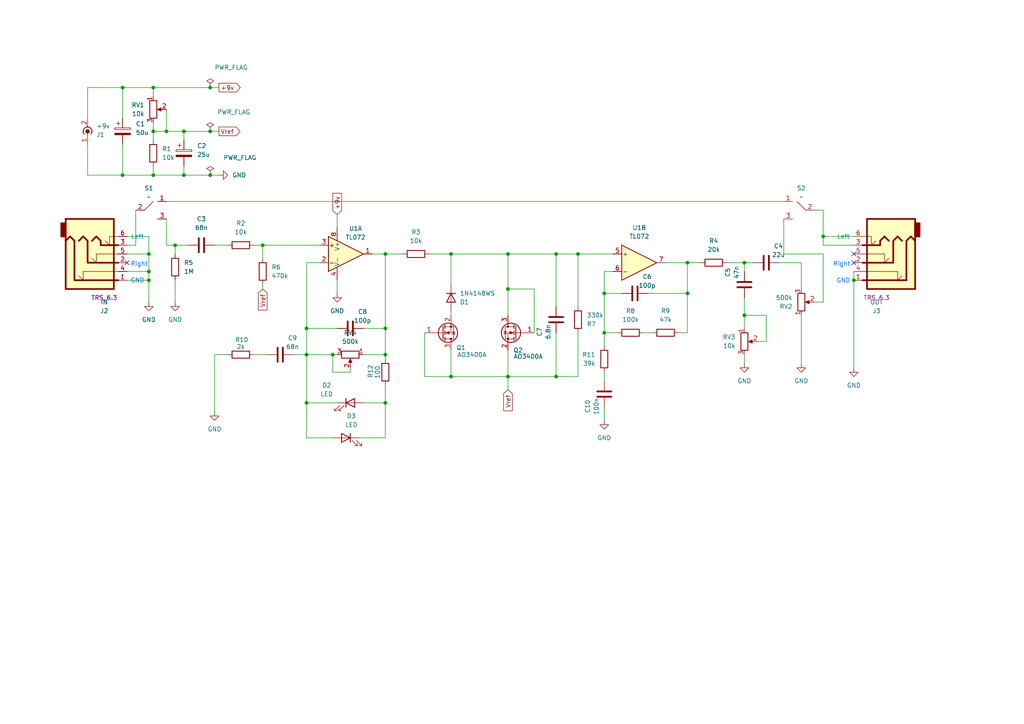
<source format=kicad_sch>
(kicad_sch (version 20250114) (generator "eeschema") (generator_version "9.0")
  (paper "A4")
  (lib_symbols
    (symbol "1PDT_1"
      (property "Reference" "S" (at 0 0 0))
      (symbol "1PDT_1_0_1"
        (polyline (pts (xy -2.54 0) (xy 0 2.54)))
      )
      (symbol "1PDT_1_1_1"
        (pin bidirectional line (at -5.08 0 0) (length 2.54) (name "") (number "2"))
        (pin bidirectional line (at 3.81 2.54 180) (length 2.54) (name "") (number "1"))
        (pin bidirectional line (at 3.81 -2.54 180) (length 2.54) (name "") (number "3"))
      )
    )
    (symbol "Amplifier_Operational:TL072" (pin_names (offset 0.127))
      (property "Reference" "U" (at 0 5.08 0))
      (property "Value" "TL072" (at 0 -5.08 0))
      (symbol "TL072_1_1"
        (polyline (pts (xy -5.08 5.08) (xy 5.08 0) (xy -5.08 -5.08) (xy -5.08 5.08)) (stroke (width 0.254)) (fill (type background)))
        (pin input line (at -7.62 2.54 0) (length 2.54) (name "+") (number "3"))
        (pin input line (at -7.62 -2.54 0) (length 2.54) (name "-") (number "2"))
        (pin output line (at 7.62 0 180) (length 2.54) (name "~") (number "1"))
      )
      (symbol "TL072_2_1"
        (polyline (pts (xy -5.08 5.08) (xy 5.08 0) (xy -5.08 -5.08) (xy -5.08 5.08)) (stroke (width 0.254)) (fill (type background)))
        (pin input line (at -7.62 2.54 0) (length 2.54) (name "+") (number "5"))
        (pin input line (at -7.62 -2.54 0) (length 2.54) (name "-") (number "6"))
        (pin output line (at 7.62 0 180) (length 2.54) (name "~") (number "7"))
      )
      (symbol "TL072_3_1"
        (pin power_in line (at -2.54 7.62 270) (length 3.81) (name "V+") (number "8"))
        (pin power_in line (at -2.54 -7.62 90) (length 3.81) (name "V-") (number "4"))
      )
    )
    (symbol "Connector:Conn_Coaxial_Power" (pin_names (offset 1.016) (hide yes))
      (property "Reference" "J" (at -5.08 -1.27 90))
      (property "Value" "Conn_Coaxial_Power" (at -3.175 -1.27 90))
      (symbol "Conn_Coaxial_Power_0_1"
        (arc (start 1.016 -0.508) (mid 1.2048 -0.8684) (end 1.27 -1.27) (stroke (width 0.254)))
        (polyline (pts (xy 0 0) (xy 0 -1.27)))
        (arc (start 1.27 -1.27) (mid 0 -2.5345) (end -1.27 -1.27) (stroke (width 0.254)))
        (arc (start -1.27 -1.27) (mid -1.2048 -0.8684) (end -1.016 -0.508) (stroke (width 0.254)))
        (circle (center 0 -1.27) (radius 0.508) (stroke (width 0.2032)) (fill (type outline)))
        (polyline (pts (xy 0 -2.54) (xy 0 -3.048)))
      )
      (symbol "Conn_Coaxial_Power_1_1"
        (pin passive line (at 0 2.54 270) (length 2.54) (name "In") (number "1"))
        (pin passive line (at 0 -5.08 90) (length 2.54) (name "Ext") (number "2"))
      )
    )
    (symbol "Device:C" (pin_numbers (hide yes)) (pin_names (offset 0.254))
      (property "Reference" "C" (at 0.635 2.54 0))
      (property "Value" "C" (at 0.635 -2.54 0))
      (symbol "C_0_1"
        (polyline (pts (xy -2.032 0.762) (xy 2.032 0.762)) (stroke (width 0.508)))
        (polyline (pts (xy -2.032 -0.762) (xy 2.032 -0.762)) (stroke (width 0.508)))
      )
      (symbol "C_1_1"
        (pin passive line (at 0 3.81 270) (length 2.794) (name "~") (number "1"))
        (pin passive line (at 0 -3.81 90) (length 2.794) (name "~") (number "2"))
      )
    )
    (symbol "Device:C_Polarized" (pin_numbers (hide yes)) (pin_names (offset 0.254))
      (property "Reference" "C" (at 0.635 2.54 0))
      (property "Value" "C_Polarized" (at 0.635 -2.54 0))
      (symbol "C_Polarized_0_1"
        (rectangle (start -2.286 0.508) (end 2.286 1.016))
        (polyline (pts (xy -1.778 2.286) (xy -0.762 2.286)))
        (polyline (pts (xy -1.27 2.794) (xy -1.27 1.778)))
        (rectangle (start 2.286 -0.508) (end -2.286 -1.016) (fill (type outline)))
      )
      (symbol "C_Polarized_1_1"
        (pin passive line (at 0 3.81 270) (length 2.794) (name "~") (number "1"))
        (pin passive line (at 0 -3.81 90) (length 2.794) (name "~") (number "2"))
      )
    )
    (symbol "Device:LED" (pin_numbers (hide yes)) (pin_names (offset 1.016) (hide yes))
      (property "Reference" "D" (at 0 2.54 0))
      (property "Value" "LED" (at 0 -2.54 0))
      (symbol "LED_0_1"
        (polyline (pts (xy -3.048 -0.762) (xy -4.572 -2.286) (xy -3.81 -2.286) (xy -4.572 -2.286) (xy -4.572 -1.524)))
        (polyline (pts (xy -1.778 -0.762) (xy -3.302 -2.286) (xy -2.54 -2.286) (xy -3.302 -2.286) (xy -3.302 -1.524)))
        (polyline (pts (xy -1.27 0) (xy 1.27 0)))
        (polyline (pts (xy -1.27 -1.27) (xy -1.27 1.27)) (stroke (width 0.254)))
        (polyline (pts (xy 1.27 -1.27) (xy 1.27 1.27) (xy -1.27 0) (xy 1.27 -1.27)) (stroke (width 0.254)))
      )
      (symbol "LED_1_1"
        (pin passive line (at -3.81 0 0) (length 2.54) (name "K") (number "1"))
        (pin passive line (at 3.81 0 180) (length 2.54) (name "A") (number "2"))
      )
    )
    (symbol "Device:R" (pin_numbers (hide yes)) (pin_names (offset 0))
      (property "Reference" "R" (at 2.032 0 90))
      (property "Value" "R" (at 0 0 90))
      (symbol "R_0_1"
        (rectangle (start -1.016 -2.54) (end 1.016 2.54) (stroke (width 0.254)))
      )
      (symbol "R_1_1"
        (pin passive line (at 0 3.81 270) (length 1.27) (name "~") (number "1"))
        (pin passive line (at 0 -3.81 90) (length 1.27) (name "~") (number "2"))
      )
    )
    (symbol "Device:R_Potentiometer" (pin_names (offset 1.016) (hide yes))
      (property "Reference" "RV" (at -4.445 0 90))
      (property "Value" "R_Potentiometer" (at -2.54 0 90))
      (symbol "R_Potentiometer_0_1"
        (rectangle (start 1.016 2.54) (end -1.016 -2.54) (stroke (width 0.254)))
        (polyline (pts (xy 1.143 0) (xy 2.286 0.508) (xy 2.286 -0.508) (xy 1.143 0)) (fill (type outline)))
        (polyline (pts (xy 2.54 0) (xy 1.524 0)))
      )
      (symbol "R_Potentiometer_1_1"
        (pin passive line (at 0 3.81 270) (length 1.27) (name "1") (number "1"))
        (pin passive line (at 0 -3.81 90) (length 1.27) (name "3") (number "3"))
        (pin passive line (at 3.81 0 180) (length 1.27) (name "2") (number "2"))
      )
    )
    (symbol "Diode:1N4148WS" (pin_numbers (hide yes)) (pin_names (hide yes))
      (property "Reference" "D" (at 0 2.54 0))
      (property "Value" "1N4148WS" (at 0 -2.54 0))
      (symbol "1N4148WS_0_1"
        (polyline (pts (xy -1.27 1.27) (xy -1.27 -1.27)) (stroke (width 0.254)))
        (polyline (pts (xy 1.27 1.27) (xy 1.27 -1.27) (xy -1.27 0) (xy 1.27 1.27)) (stroke (width 0.254)))
        (polyline (pts (xy 1.27 0) (xy -1.27 0)))
      )
      (symbol "1N4148WS_1_1"
        (pin passive line (at -3.81 0 0) (length 2.54) (name "K") (number "1"))
        (pin passive line (at 3.81 0 180) (length 2.54) (name "A") (number "2"))
      )
    )
    (symbol "Transistor_FET:AO3400A" (pin_names (hide yes))
      (property "Reference" "Q" (at 5.08 1.905 0))
      (property "Value" "AO3400A" (at 5.08 0 0))
      (symbol "AO3400A_0_1"
        (polyline (pts (xy 0.254 1.905) (xy 0.254 -1.905)) (stroke (width 0.254)))
        (polyline (pts (xy 0.254 0) (xy -2.54 0)))
        (polyline (pts (xy 0.762 2.286) (xy 0.762 1.27)) (stroke (width 0.254)))
        (polyline (pts (xy 0.762 0.508) (xy 0.762 -0.508)) (stroke (width 0.254)))
        (polyline (pts (xy 0.762 -1.27) (xy 0.762 -2.286)) (stroke (width 0.254)))
        (polyline (pts (xy 0.762 -1.778) (xy 3.302 -1.778) (xy 3.302 1.778) (xy 0.762 1.778)))
        (polyline (pts (xy 1.016 0) (xy 2.032 0.381) (xy 2.032 -0.381) (xy 1.016 0)) (fill (type outline)))
        (circle (center 1.651 0) (radius 2.794) (stroke (width 0.254)))
        (polyline (pts (xy 2.54 2.54) (xy 2.54 1.778)))
        (circle (center 2.54 1.778) (radius 0.254) (fill (type outline)))
        (circle (center 2.54 -1.778) (radius 0.254) (fill (type outline)))
        (polyline (pts (xy 2.54 -2.54) (xy 2.54 0) (xy 0.762 0)))
        (polyline (pts (xy 2.794 0.508) (xy 2.921 0.381) (xy 3.683 0.381) (xy 3.81 0.254)))
        (polyline (pts (xy 3.302 0.381) (xy 2.921 -0.254) (xy 3.683 -0.254) (xy 3.302 0.381)))
      )
      (symbol "AO3400A_1_1"
        (pin input line (at -5.08 0 0) (length 2.54) (name "G") (number "1"))
        (pin passive line (at 2.54 5.08 270) (length 2.54) (name "D") (number "3"))
        (pin passive line (at 2.54 -5.08 90) (length 2.54) (name "S") (number "2"))
      )
    )
    (symbol "myConnectors:1PDT"
      (property "Reference" "S" (at 0 0 0))
      (symbol "1PDT_0_1"
        (polyline (pts (xy -2.54 0) (xy 0 2.54)))
      )
      (symbol "1PDT_1_1"
        (pin bidirectional line (at -5.08 0 0) (length 2.54) (name "") (number "2"))
        (pin bidirectional line (at 3.81 2.54 180) (length 2.54) (name "") (number "1"))
        (pin bidirectional line (at 3.81 -2.54 180) (length 2.54) (name "") (number "3"))
      )
    )
    (symbol "myConnectors:TRS_6.3"
      (property "Reference" "J" (at 0 0 0))
      (property "Footprint" "TRS_6.3" (at 6.604 1.778 0))
      (symbol "TRS_6.3_0_1"
        (rectangle (start -1.27 -15.24) (end 0 -19.05) (stroke (width 0.5)) (fill (type outline)))
        (rectangle (start 0 0) (end 13.97 -20.32) (stroke (width 0.5)) (fill (type background)))
        (polyline (pts (xy 15.24 -2.54) (xy 2.54 -2.54) (xy 2.54 -13.97) (xy 1.27 -15.24) (xy 0 -13.97)) (stroke (width 0.5)))
        (polyline (pts (xy 15.24 -5.08) (xy 5.08 -5.08) (xy 5.08 -2.54) (xy 3.81 -3.81)))
        (polyline (pts (xy 15.24 -7.62) (xy 6.35 -7.62) (xy 6.35 -13.97) (xy 5.08 -15.24) (xy 3.81 -13.97)) (stroke (width 0.5)))
        (polyline (pts (xy 15.24 -10.16) (xy 8.89 -10.16) (xy 8.89 -7.62) (xy 7.62 -8.89)))
        (polyline (pts (xy 15.24 -12.7) (xy 10.16 -12.7) (xy 10.16 -13.97) (xy 8.89 -15.24) (xy 7.62 -13.97)) (stroke (width 0.5)))
        (polyline (pts (xy 15.24 -15.24) (xy 12.7 -15.24) (xy 12.7 -12.7) (xy 11.43 -13.97)))
      )
      (symbol "TRS_6.3_1_1"
        (text "GND" (at 20.828 -2.54 0) (effects (font (size 1.27 1.27))))
        (text "Left\n" (at 20.828 -15.24 0) (effects (font (size 1.27 1.27))))
        (text "Right" (at 21.336 -7.366 0) (effects (font (size 1.27 1.27))))
        (pin input line (at 17.78 -2.54 180) (length 2.54) (name "") (number "1"))
        (pin input line (at 17.78 -5.08 180) (length 2.54) (name "") (number "4"))
        (pin input line (at 17.78 -7.62 180) (length 2.54) (name "") (number "2"))
        (pin input line (at 17.78 -10.16 180) (length 2.54) (name "") (number "5"))
        (pin input line (at 17.78 -12.7 180) (length 2.54) (name "") (number "3"))
        (pin input line (at 17.78 -15.24 180) (length 2.54) (name "") (number "6"))
      )
    )
    (symbol "power:GND" (power) (pin_numbers (hide yes)) (pin_names (offset 0) (hide yes))
      (property "Value" "GND" (at 0 -3.81 0))
      (symbol "GND_0_1"
        (polyline (pts (xy 0 0) (xy 0 -1.27) (xy 1.27 -1.27) (xy 0 -2.54) (xy -1.27 -1.27) (xy 0 -1.27)))
      )
      (symbol "GND_1_1"
        (pin power_in line (at 0 0 270) (length 0) (name "~") (number "1"))
      )
    )
    (symbol "power:PWR_FLAG" (power) (pin_numbers (hide yes)) (pin_names (offset 0) (hide yes))
      (property "Value" "PWR_FLAG" (at 0 3.81 0))
      (symbol "PWR_FLAG_0_0"
        (pin power_out line (at 0 0 90) (length 0) (name "~") (number "1"))
      )
      (symbol "PWR_FLAG_0_1"
        (polyline (pts (xy 0 0) (xy 0 1.27) (xy -1.016 1.905) (xy 0 2.54) (xy 1.016 1.905) (xy 0 1.27)))
      )
    )
  )
  (junction (at 43.18 81.28))
  (junction (at 161.29 73.66))
  (junction (at 88.9 102.87))
  (junction (at 175.26 85.09))
  (junction (at 238.76 68.58))
  (junction (at 96.52 102.87))
  (junction (at 130.81 73.66))
  (junction (at 215.9 76.2))
  (junction (at 44.45 25.4))
  (junction (at 43.18 73.66))
  (junction (at 44.45 38.1))
  (junction (at 147.32 73.66))
  (junction (at 44.45 50.8))
  (junction (at 60.96 50.8))
  (junction (at 111.76 73.66))
  (junction (at 50.8 71.12))
  (junction (at 161.29 109.22))
  (junction (at 48.26 38.1))
  (junction (at 147.32 109.22))
  (junction (at 175.26 96.52))
  (junction (at 60.96 25.4))
  (junction (at 60.96 38.1))
  (junction (at 53.34 38.1))
  (junction (at 167.64 73.66))
  (junction (at 130.81 109.22))
  (junction (at 199.39 76.2))
  (junction (at 247.65 81.28))
  (junction (at 35.56 50.8))
  (junction (at 76.2 71.12))
  (junction (at 88.9 116.84))
  (junction (at 199.39 85.09))
  (junction (at 147.32 83.82))
  (junction (at 43.18 78.74))
  (junction (at 215.9 91.44))
  (junction (at 35.56 25.4))
  (junction (at 111.76 102.87))
  (junction (at 111.76 95.25))
  (junction (at 111.76 116.84))
  (junction (at 53.34 50.8))
  (junction (at 88.9 95.25))
  (no_connect (at 247.65 76.2))
  (no_connect (at 36.83 76.2))
  (no_connect (at 247.65 73.66))
  (wire (pts (xy 105.41 116.84) (xy 111.76 116.84)))
  (wire (pts (xy 104.14 127) (xy 111.76 127)))
  (wire (pts (xy 147.32 83.82) (xy 147.32 73.66)))
  (wire (pts (xy 25.4 25.4) (xy 25.4 34.29)))
  (wire (pts (xy 111.76 116.84) (xy 111.76 127)))
  (wire (pts (xy 199.39 76.2) (xy 203.2 76.2)))
  (wire (pts (xy 210.82 76.2) (xy 215.9 76.2)))
  (wire (pts (xy 175.26 85.09) (xy 175.26 78.74)))
  (wire (pts (xy 161.29 73.66) (xy 167.64 73.66)))
  (wire (pts (xy 36.83 81.28) (xy 43.18 81.28)))
  (wire (pts (xy 147.32 109.22) (xy 161.29 109.22)))
  (wire (pts (xy 60.96 25.4) (xy 63.5 25.4)))
  (wire (pts (xy 48.26 38.1) (xy 53.34 38.1)))
  (wire (pts (xy 36.83 71.12) (xy 39.37 71.12)))
  (wire (pts (xy 36.83 73.66) (xy 43.18 73.66)))
  (wire (pts (xy 88.9 102.87) (xy 85.09 102.87)))
  (wire (pts (xy 232.41 76.2) (xy 226.06 76.2)))
  (wire (pts (xy 154.94 96.52) (xy 154.94 83.82)))
  (wire (pts (xy 232.41 83.82) (xy 232.41 76.2)))
  (wire (pts (xy 238.76 87.63) (xy 238.76 73.66)))
  (wire (pts (xy 238.76 71.12) (xy 247.65 71.12)))
  (wire (pts (xy 88.9 102.87) (xy 96.52 102.87)))
  (wire (pts (xy 50.8 71.12) (xy 54.61 71.12)))
  (wire (pts (xy 88.9 116.84) (xy 88.9 127)))
  (wire (pts (xy 73.66 71.12) (xy 76.2 71.12)))
  (wire (pts (xy 175.26 100.33) (xy 175.26 96.52)))
  (wire (pts (xy 88.9 95.25) (xy 88.9 102.87)))
  (wire (pts (xy 123.19 109.22) (xy 130.81 109.22)))
  (wire (pts (xy 232.41 91.44) (xy 232.41 105.41)))
  (wire (pts (xy 161.29 109.22) (xy 167.64 109.22)))
  (wire (pts (xy 50.8 81.28) (xy 50.8 87.63)))
  (wire (pts (xy 238.76 68.58) (xy 238.76 71.12)))
  (wire (pts (xy 111.76 95.25) (xy 111.76 102.87)))
  (wire (pts (xy 147.32 113.03) (xy 147.32 109.22)))
  (wire (pts (xy 88.9 95.25) (xy 97.79 95.25)))
  (wire (pts (xy 130.81 82.55) (xy 130.81 73.66)))
  (wire (pts (xy 60.96 38.1) (xy 63.5 38.1)))
  (wire (pts (xy 35.56 25.4) (xy 44.45 25.4)))
  (wire (pts (xy 247.65 68.58) (xy 238.76 68.58)))
  (wire (pts (xy 36.83 68.58) (xy 43.18 68.58)))
  (wire (pts (xy 199.39 85.09) (xy 199.39 76.2)))
  (wire (pts (xy 227.33 73.66) (xy 227.33 63.5)))
  (wire (pts (xy 199.39 76.2) (xy 193.04 76.2)))
  (wire (pts (xy 53.34 48.26) (xy 53.34 50.8)))
  (wire (pts (xy 88.9 116.84) (xy 97.79 116.84)))
  (wire (pts (xy 222.25 91.44) (xy 215.9 91.44)))
  (wire (pts (xy 53.34 38.1) (xy 60.96 38.1)))
  (wire (pts (xy 88.9 102.87) (xy 88.9 116.84)))
  (wire (pts (xy 175.26 96.52) (xy 179.07 96.52)))
  (wire (pts (xy 187.96 85.09) (xy 199.39 85.09)))
  (wire (pts (xy 175.26 85.09) (xy 180.34 85.09)))
  (wire (pts (xy 44.45 25.4) (xy 44.45 27.94)))
  (wire (pts (xy 107.95 73.66) (xy 111.76 73.66)))
  (wire (pts (xy 43.18 87.63) (xy 43.18 81.28)))
  (wire (pts (xy 44.45 48.26) (xy 44.45 50.8)))
  (wire (pts (xy 44.45 35.56) (xy 44.45 38.1)))
  (wire (pts (xy 238.76 73.66) (xy 227.33 73.66)))
  (wire (pts (xy 219.71 99.06) (xy 222.25 99.06)))
  (wire (pts (xy 175.26 118.11) (xy 175.26 121.92)))
  (wire (pts (xy 36.83 78.74) (xy 43.18 78.74)))
  (wire (pts (xy 111.76 73.66) (xy 116.84 73.66)))
  (wire (pts (xy 130.81 91.44) (xy 130.81 90.17)))
  (wire (pts (xy 25.4 50.8) (xy 35.56 50.8)))
  (wire (pts (xy 76.2 82.55) (xy 76.2 83.82)))
  (wire (pts (xy 167.64 88.9) (xy 167.64 73.66)))
  (wire (pts (xy 44.45 50.8) (xy 53.34 50.8)))
  (wire (pts (xy 247.65 78.74) (xy 247.65 81.28)))
  (wire (pts (xy 76.2 71.12) (xy 76.2 74.93)))
  (wire (pts (xy 35.56 50.8) (xy 44.45 50.8)))
  (wire (pts (xy 238.76 60.96) (xy 236.22 60.96)))
  (wire (pts (xy 196.85 96.52) (xy 199.39 96.52)))
  (wire (pts (xy 147.32 73.66) (xy 161.29 73.66)))
  (wire (pts (xy 77.47 102.87) (xy 73.66 102.87)))
  (wire (pts (xy 62.23 102.87) (xy 66.04 102.87)))
  (wire (pts (xy 111.76 73.66) (xy 111.76 95.25)))
  (wire (pts (xy 101.6 106.68) (xy 101.6 107.95)))
  (wire (pts (xy 48.26 71.12) (xy 50.8 71.12)))
  (wire (pts (xy 44.45 38.1) (xy 48.26 38.1)))
  (wire (pts (xy 124.46 73.66) (xy 130.81 73.66)))
  (wire (pts (xy 238.76 87.63) (xy 236.22 87.63)))
  (wire (pts (xy 53.34 38.1) (xy 53.34 40.64)))
  (wire (pts (xy 167.64 109.22) (xy 167.64 96.52)))
  (wire (pts (xy 44.45 25.4) (xy 60.96 25.4)))
  (wire (pts (xy 147.32 91.44) (xy 147.32 83.82)))
  (wire (pts (xy 130.81 109.22) (xy 130.81 101.6)))
  (wire (pts (xy 105.41 95.25) (xy 111.76 95.25)))
  (wire (pts (xy 161.29 109.22) (xy 161.29 96.52)))
  (wire (pts (xy 76.2 71.12) (xy 92.71 71.12)))
  (wire (pts (xy 123.19 96.52) (xy 123.19 109.22)))
  (wire (pts (xy 111.76 102.87) (xy 111.76 104.14)))
  (wire (pts (xy 215.9 76.2) (xy 215.9 78.74)))
  (wire (pts (xy 88.9 76.2) (xy 88.9 95.25)))
  (wire (pts (xy 238.76 68.58) (xy 238.76 60.96)))
  (wire (pts (xy 105.41 102.87) (xy 111.76 102.87)))
  (wire (pts (xy 50.8 71.12) (xy 50.8 73.66)))
  (wire (pts (xy 43.18 73.66) (xy 43.18 78.74)))
  (wire (pts (xy 96.52 102.87) (xy 97.79 102.87)))
  (wire (pts (xy 43.18 68.58) (xy 43.18 73.66)))
  (wire (pts (xy 215.9 102.87) (xy 215.9 105.41)))
  (wire (pts (xy 25.4 25.4) (xy 35.56 25.4)))
  (wire (pts (xy 39.37 71.12) (xy 39.37 60.96)))
  (wire (pts (xy 215.9 91.44) (xy 215.9 95.25)))
  (wire (pts (xy 62.23 119.38) (xy 62.23 102.87)))
  (wire (pts (xy 62.23 71.12) (xy 66.04 71.12)))
  (wire (pts (xy 25.4 41.91) (xy 25.4 50.8)))
  (wire (pts (xy 130.81 109.22) (xy 147.32 109.22)))
  (wire (pts (xy 215.9 76.2) (xy 218.44 76.2)))
  (wire (pts (xy 175.26 78.74) (xy 177.8 78.74)))
  (wire (pts (xy 247.65 81.28) (xy 247.65 106.68)))
  (wire (pts (xy 92.71 76.2) (xy 88.9 76.2)))
  (wire (pts (xy 215.9 86.36) (xy 215.9 91.44)))
  (wire (pts (xy 154.94 83.82) (xy 147.32 83.82)))
  (wire (pts (xy 53.34 50.8) (xy 60.96 50.8)))
  (wire (pts (xy 186.69 96.52) (xy 189.23 96.52)))
  (wire (pts (xy 88.9 127) (xy 96.52 127)))
  (wire (pts (xy 147.32 109.22) (xy 147.32 101.6)))
  (wire (pts (xy 175.26 107.95) (xy 175.26 110.49)))
  (wire (pts (xy 35.56 41.91) (xy 35.56 50.8)))
  (wire (pts (xy 222.25 99.06) (xy 222.25 91.44)))
  (wire (pts (xy 44.45 38.1) (xy 44.45 40.64)))
  (wire (pts (xy 97.79 81.28) (xy 97.79 85.09)))
  (wire (pts (xy 167.64 73.66) (xy 177.8 73.66)))
  (wire (pts (xy 48.26 63.5) (xy 48.26 71.12)))
  (wire (pts (xy 96.52 107.95) (xy 96.52 102.87)))
  (wire (pts (xy 60.96 50.8) (xy 63.5 50.8)))
  (wire (pts (xy 175.26 96.52) (xy 175.26 85.09)))
  (wire (pts (xy 48.26 58.42) (xy 227.33 58.42)))
  (wire (pts (xy 43.18 78.74) (xy 43.18 81.28)))
  (wire (pts (xy 35.56 25.4) (xy 35.56 34.29)))
  (wire (pts (xy 48.26 31.75) (xy 48.26 38.1)))
  (wire (pts (xy 130.81 73.66) (xy 147.32 73.66)))
  (wire (pts (xy 111.76 111.76) (xy 111.76 116.84)))
  (wire (pts (xy 161.29 88.9) (xy 161.29 73.66)))
  (wire (pts (xy 101.6 107.95) (xy 96.52 107.95)))
  (wire (pts (xy 199.39 96.52) (xy 199.39 85.09)))
  (wire (pts (xy 97.79 62.23) (xy 97.79 66.04)))
  (global_label "Vref" (shape input) (at 147.32 113.03 270) (property "Intersheetrefs" "${INTERSHEET_REFS}" (effects (hide yes))))
  (global_label "Vref" (shape input) (at 76.2 83.82 270) (property "Intersheetrefs" "${INTERSHEET_REFS}" (effects (hide yes))))
  (global_label "+9v" (shape output) (at 63.5 25.4 0) (property "Intersheetrefs" "${INTERSHEET_REFS}" (effects (hide yes))))
  (global_label "Vref" (shape output) (at 63.5 38.1 0) (property "Intersheetrefs" "${INTERSHEET_REFS}" (effects (hide yes))))
  (global_label "+9v" (shape input) (at 97.79 62.23 90) (property "Intersheetrefs" "${INTERSHEET_REFS}" (effects (hide yes))))
  (symbol (lib_id "Device:R") (at 50.8 77.47 0) (unit 1)
    (property "Reference" "R5" (at 53.34 76.1999 0) (effects (justify left)))
    (property "Value" "1M" (at 53.34 78.7399 0) (effects (justify left)))
    (property "Footprint" "Resistor_SMD:R_0805_2012Metric" (effects (hide yes)))
    (property "Description" "Resistor" (effects (hide yes)))
  )
  (symbol (lib_id "Diode:1N4148WS") (at 130.81 86.36 90) (mirror x) (unit 1)
    (property "Reference" "D1" (at 133.35 87.6301 90) (effects (justify right)))
    (property "Value" "1N4148WS" (at 133.35 85.0901 90) (effects (justify right)))
    (property "Footprint" "Diode_SMD:D_SOD-323" (effects (hide yes)))
    (property "Datasheet" "https://www.vishay.com/docs/85751/1n4148ws.pdf" (effects (hide yes)))
    (property "Description" "75V 0.15A Fast switching Diode, SOD-323" (effects (hide yes)))
    (property "Sim.Device" "D" (effects (hide yes)))
    (property "Sim.Pins" "1=K 2=A" (effects (hide yes)))
  )
  (symbol (lib_id "power:GND") (at 43.18 87.63 0) (unit 1)
    (property "Reference" "#PWR03" (effects (hide yes)))
    (property "Value" "GND" (at 43.18 92.71 0))
    (property "Description" "Power symbol creates a global label with name \"GND\" , ground" (effects (hide yes)))
  )
  (symbol (lib_id "Device:R") (at 182.88 96.52 90) (mirror x) (unit 1)
    (property "Reference" "R8" (at 182.88 90.17 90))
    (property "Value" "100k" (at 182.88 92.71 90))
    (property "Footprint" "Resistor_SMD:R_0805_2012Metric" (effects (hide yes)))
    (property "Description" "Resistor" (effects (hide yes)))
  )
  (symbol (lib_id "Device:LED") (at 100.33 127 0) (mirror y) (unit 1)
    (property "Reference" "D3" (at 101.9175 120.65 0))
    (property "Value" "LED" (at 101.9175 123.19 0))
    (property "Footprint" "LED_THT:LED_D4.0mm" (effects (hide yes)))
    (property "Description" "Light emitting diode" (effects (hide yes)))
    (property "Sim.Pins" "1=K 2=A" (effects (hide yes)))
  )
  (symbol (lib_id "Device:C") (at 101.6 95.25 90) (unit 1)
    (property "Reference" "C8" (at 105.156 90.424 90))
    (property "Value" "100p" (at 105.156 92.964 90))
    (property "Footprint" "Capacitor_SMD:C_0805_2012Metric" (effects (hide yes)))
    (property "Description" "Unpolarized capacitor" (effects (hide yes)))
  )
  (symbol (lib_name "1PDT_1") (lib_id "myConnectors:1PDT") (at 44.45 60.96 0) (unit 1)
    (property "Reference" "S1" (at 43.18 54.61 0))
    (property "Value" "~" (at 43.18 57.15 0))
    (property "Footprint" "myConnectors:1PDT" (effects (hide yes)))
  )
  (symbol (lib_id "power:GND") (at 97.79 85.09 0) (unit 1)
    (property "Reference" "#PWR02" (effects (hide yes)))
    (property "Value" "GND" (at 97.79 90.17 0))
    (property "Description" "Power symbol creates a global label with name \"GND\" , ground" (effects (hide yes)))
  )
  (symbol (lib_id "Device:R") (at 207.01 76.2 270) (mirror x) (unit 1)
    (property "Reference" "R4" (at 207.01 69.85 90))
    (property "Value" "20k" (at 207.01 72.39 90))
    (property "Footprint" "Resistor_SMD:R_0805_2012Metric" (effects (hide yes)))
    (property "Description" "Resistor" (effects (hide yes)))
  )
  (symbol (lib_id "Device:C") (at 222.25 76.2 90) (unit 1)
    (property "Reference" "C4" (at 225.806 71.374 90))
    (property "Value" "22u" (at 225.806 73.914 90))
    (property "Footprint" "Capacitor_THT:CP_Radial_D6.3mm_P2.50mm" (effects (hide yes)))
    (property "Description" "Unpolarized capacitor" (effects (hide yes)))
  )
  (symbol (lib_id "Transistor_FET:AO3400A") (at 149.86 96.52 0) (mirror y) (unit 1)
    (property "Reference" "Q2" (at 151.638 101.6 0) (effects (justify left)))
    (property "Value" "AO3400A" (at 157.48 103.378 0) (effects (justify left)))
    (property "Footprint" "Package_TO_SOT_SMD:SOT-23" (effects (hide yes)))
    (property "Datasheet" "http://www.aosmd.com/pdfs/datasheet/AO3400A.pdf" (effects (hide yes)))
    (property "Description" "30V Vds, 5.7A Id, N-Channel MOSFET, SOT-23" (effects (hide yes)))
  )
  (symbol (lib_id "Device:C_Polarized") (at 35.56 38.1 0) (unit 1)
    (property "Reference" "C1" (at 39.37 35.9409 0) (effects (justify left)))
    (property "Value" "50u" (at 39.37 38.4809 0) (effects (justify left)))
    (property "Footprint" "Capacitor_THT:CP_Radial_D8.0mm_P3.50mm" (effects (hide yes)))
    (property "Description" "Polarized capacitor" (effects (hide yes)))
  )
  (symbol (lib_id "Device:C_Polarized") (at 53.34 44.45 0) (unit 1)
    (property "Reference" "C2" (at 57.15 42.2909 0) (effects (justify left)))
    (property "Value" "25u" (at 57.15 44.8309 0) (effects (justify left)))
    (property "Footprint" "Capacitor_THT:CP_Radial_D6.3mm_P2.50mm" (effects (hide yes)))
    (property "Description" "Polarized capacitor" (effects (hide yes)))
  )
  (symbol (lib_id "Device:R") (at 69.85 102.87 90) (unit 1)
    (property "Reference" "R10" (at 70.104 98.552 90))
    (property "Value" "2k" (at 69.85 100.584 90))
    (property "Footprint" "Resistor_SMD:R_0805_2012Metric" (effects (hide yes)))
    (property "Description" "Resistor" (effects (hide yes)))
  )
  (symbol (lib_id "Device:R") (at 167.64 92.71 0) (mirror y) (unit 1)
    (property "Reference" "R7" (at 170.18 93.9801 0) (effects (justify right)))
    (property "Value" "330k" (at 170.18 91.4401 0) (effects (justify right)))
    (property "Footprint" "Resistor_SMD:R_0805_2012Metric" (effects (hide yes)))
    (property "Description" "Resistor" (effects (hide yes)))
  )
  (symbol (lib_id "Device:R") (at 175.26 104.14 0) (mirror x) (unit 1)
    (property "Reference" "R11" (at 172.72 102.8699 0) (effects (justify right)))
    (property "Value" "39k" (at 172.72 105.4099 0) (effects (justify right)))
    (property "Footprint" "Resistor_SMD:R_0805_2012Metric" (effects (hide yes)))
    (property "Description" "Resistor" (effects (hide yes)))
  )
  (symbol (lib_id "Device:R") (at 193.04 96.52 90) (mirror x) (unit 1)
    (property "Reference" "R9" (at 193.04 90.17 90))
    (property "Value" "47k" (at 193.04 92.71 90))
    (property "Footprint" "Resistor_SMD:R_0805_2012Metric" (effects (hide yes)))
    (property "Description" "Resistor" (effects (hide yes)))
  )
  (symbol (lib_id "Amplifier_Operational:TL072") (at 100.33 73.66 0) (unit 3)
    (property "Reference" "U1" (effects (hide yes)))
    (property "Value" "TL072" (effects (hide yes)))
    (property "Footprint" "Package_SO:SOIC-8_3.9x4.9mm_P1.27mm" (effects (hide yes)))
    (property "Datasheet" "http://www.ti.com/lit/ds/symlink/tl071.pdf" (effects (hide yes)))
    (property "Description" "Dual Low-Noise JFET-Input Operational Amplifiers, DIP-8/SOIC-8" (effects (hide yes)))
  )
  (symbol (lib_id "Device:C") (at 215.9 82.55 180) (unit 1)
    (property "Reference" "C5" (at 211.074 78.994 90))
    (property "Value" "47n" (at 213.614 78.994 90))
    (property "Footprint" "Capacitor_THT:C_Rect_L10.0mm_W4.0mm_P7.50mm_MKS4" (effects (hide yes)))
    (property "Description" "Unpolarized capacitor" (effects (hide yes)))
  )
  (symbol (lib_id "power:GND") (at 215.9 105.41 0) (unit 1)
    (property "Reference" "#PWR05" (effects (hide yes)))
    (property "Value" "GND" (at 215.9 110.49 0))
    (property "Description" "Power symbol creates a global label with name \"GND\" , ground" (effects (hide yes)))
  )
  (symbol (lib_id "myConnectors:TRS_6.3") (at 265.43 83.82 180) (unit 1)
    (property "Reference" "J3" (at 254.2418 90.17 0))
    (property "Value" "OUT" (at 254.2418 87.63 0))
    (property "Footprint" "TRS_6.3" (at 254.2418 86.36 0))
  )
  (symbol (lib_id "power:PWR_FLAG") (at 60.96 25.4 0) (unit 1)
    (property "Reference" "#FLG01" (effects (hide yes)))
    (property "Value" "PWR_FLAG" (at 67.056 19.558 0))
    (property "Description" "Special symbol for telling ERC where power comes from" (effects (hide yes)))
  )
  (symbol (lib_id "Device:R_Potentiometer") (at 101.6 102.87 270) (unit 1)
    (property "Reference" "RV4" (at 101.6 96.52 90))
    (property "Value" "500k" (at 101.6 99.06 90))
    (property "Footprint" "myConnectors:Pot_old_vert" (effects (hide yes)))
    (property "Description" "Potentiometer" (effects (hide yes)))
  )
  (symbol (lib_id "power:GND") (at 50.8 87.63 0) (unit 1)
    (property "Reference" "#PWR04" (effects (hide yes)))
    (property "Value" "GND" (at 50.8 92.71 0))
    (property "Description" "Power symbol creates a global label with name \"GND\" , ground" (effects (hide yes)))
  )
  (symbol (lib_id "Device:R") (at 120.65 73.66 90) (mirror x) (unit 1)
    (property "Reference" "R3" (at 120.65 67.31 90))
    (property "Value" "10k" (at 120.65 69.85 90))
    (property "Footprint" "Resistor_SMD:R_0805_2012Metric" (effects (hide yes)))
    (property "Description" "Resistor" (effects (hide yes)))
  )
  (symbol (lib_id "power:PWR_FLAG") (at 60.96 38.1 0) (unit 1)
    (property "Reference" "#FLG03" (effects (hide yes)))
    (property "Value" "PWR_FLAG" (at 67.818 32.512 0))
    (property "Description" "Special symbol for telling ERC where power comes from" (effects (hide yes)))
  )
  (symbol (lib_id "Device:C") (at 81.28 102.87 90) (unit 1)
    (property "Reference" "C9" (at 84.836 98.044 90))
    (property "Value" "68n" (at 84.836 100.584 90))
    (property "Footprint" "Capacitor_THT:C_Rect_L10.0mm_W4.0mm_P7.50mm_MKS4" (effects (hide yes)))
    (property "Description" "Unpolarized capacitor" (effects (hide yes)))
  )
  (symbol (lib_id "Device:R") (at 69.85 71.12 90) (unit 1)
    (property "Reference" "R2" (at 69.85 64.77 90))
    (property "Value" "10k" (at 69.85 67.31 90))
    (property "Footprint" "Resistor_SMD:R_0805_2012Metric" (effects (hide yes)))
    (property "Description" "Resistor" (effects (hide yes)))
  )
  (symbol (lib_id "Amplifier_Operational:TL072") (at 185.42 76.2 0) (unit 2)
    (property "Reference" "U1" (at 185.42 66.04 0))
    (property "Value" "TL072" (at 185.42 68.58 0))
    (property "Footprint" "Package_SO:SOIC-8_3.9x4.9mm_P1.27mm" (effects (hide yes)))
    (property "Datasheet" "http://www.ti.com/lit/ds/symlink/tl071.pdf" (effects (hide yes)))
    (property "Description" "Dual Low-Noise JFET-Input Operational Amplifiers, DIP-8/SOIC-8" (effects (hide yes)))
  )
  (symbol (lib_id "Device:R") (at 44.45 44.45 0) (unit 1)
    (property "Reference" "R1" (at 46.99 43.1799 0) (effects (justify left)))
    (property "Value" "10k" (at 46.99 45.7199 0) (effects (justify left)))
    (property "Footprint" "Resistor_SMD:R_0805_2012Metric" (effects (hide yes)))
    (property "Description" "Resistor" (effects (hide yes)))
  )
  (symbol (lib_id "Device:R") (at 111.76 107.95 180) (unit 1)
    (property "Reference" "R12" (at 107.442 107.696 90))
    (property "Value" "100" (at 109.474 107.95 90))
    (property "Footprint" "Resistor_SMD:R_0805_2012Metric" (effects (hide yes)))
    (property "Description" "Resistor" (effects (hide yes)))
  )
  (symbol (lib_id "power:GND") (at 62.23 119.38 0) (unit 1)
    (property "Reference" "#PWR08" (effects (hide yes)))
    (property "Value" "GND" (at 62.23 124.46 0))
    (property "Description" "Power symbol creates a global label with name \"GND\" , ground" (effects (hide yes)))
  )
  (symbol (lib_id "myConnectors:1PDT") (at 231.14 60.96 0) (mirror y) (unit 1)
    (property "Reference" "S2" (at 232.41 54.61 0))
    (property "Value" "~" (at 232.41 57.15 0))
    (property "Footprint" "myConnectors:1PDT" (effects (hide yes)))
  )
  (symbol (lib_id "Device:C") (at 184.15 85.09 90) (unit 1)
    (property "Reference" "C6" (at 187.706 80.264 90))
    (property "Value" "100p" (at 187.706 82.804 90))
    (property "Footprint" "Capacitor_SMD:C_0805_2012Metric" (effects (hide yes)))
    (property "Description" "Unpolarized capacitor" (effects (hide yes)))
  )
  (symbol (lib_id "Device:LED") (at 101.6 116.84 0) (unit 1)
    (property "Reference" "D2" (at 94.742 111.76 0))
    (property "Value" "LED" (at 94.742 114.3 0))
    (property "Footprint" "LED_THT:LED_D4.0mm" (effects (hide yes)))
    (property "Description" "Light emitting diode" (effects (hide yes)))
    (property "Sim.Pins" "1=K 2=A" (effects (hide yes)))
  )
  (symbol (lib_id "Device:R_Potentiometer") (at 44.45 31.75 0) (unit 1)
    (property "Reference" "RV1" (at 41.91 30.4799 0) (effects (justify right)))
    (property "Value" "10k" (at 41.91 33.0199 0) (effects (justify right)))
    (property "Footprint" "Potentiometer_THT:Potentiometer_Bourns_3296W_Vertical" (effects (hide yes)))
    (property "Description" "Potentiometer" (effects (hide yes)))
  )
  (symbol (lib_id "power:GND") (at 175.26 121.92 0) (unit 1)
    (property "Reference" "#PWR09" (effects (hide yes)))
    (property "Value" "GND" (at 175.26 127 0))
    (property "Description" "Power symbol creates a global label with name \"GND\" , ground" (effects (hide yes)))
  )
  (symbol (lib_id "power:GND") (at 63.5 50.8 90) (unit 1)
    (property "Reference" "#PWR01" (effects (hide yes)))
    (property "Value" "GND" (at 67.31 50.7999 90) (effects (justify right)))
    (property "Description" "Power symbol creates a global label with name \"GND\" , ground" (effects (hide yes)))
  )
  (symbol (lib_id "power:GND") (at 247.65 106.68 0) (unit 1)
    (property "Reference" "#PWR07" (effects (hide yes)))
    (property "Value" "GND" (at 247.65 111.76 0))
    (property "Description" "Power symbol creates a global label with name \"GND\" , ground" (effects (hide yes)))
  )
  (symbol (lib_id "Device:C") (at 175.26 114.3 0) (mirror y) (unit 1)
    (property "Reference" "C10" (at 170.434 117.856 90))
    (property "Value" "100n" (at 172.974 117.856 90))
    (property "Footprint" "Capacitor_THT:C_Rect_L10.0mm_W4.0mm_P7.50mm_MKS4" (effects (hide yes)))
    (property "Description" "Unpolarized capacitor" (effects (hide yes)))
  )
  (symbol (lib_id "Device:R_Potentiometer") (at 215.9 99.06 0) (unit 1)
    (property "Reference" "RV3" (at 213.36 97.7899 0) (effects (justify right)))
    (property "Value" "10k" (at 213.36 100.3299 0) (effects (justify right)))
    (property "Footprint" "myConnectors:Pot_old_vert" (effects (hide yes)))
    (property "Description" "Potentiometer" (effects (hide yes)))
  )
  (symbol (lib_id "power:PWR_FLAG") (at 60.96 50.8 0) (unit 1)
    (property "Reference" "#FLG02" (effects (hide yes)))
    (property "Value" "PWR_FLAG" (at 69.596 45.72 0))
    (property "Description" "Special symbol for telling ERC where power comes from" (effects (hide yes)))
  )
  (symbol (lib_id "Device:R_Potentiometer") (at 232.41 87.63 0) (mirror x) (unit 1)
    (property "Reference" "RV2" (at 229.87 88.9001 0) (effects (justify right)))
    (property "Value" "500k" (at 229.87 86.3601 0) (effects (justify right)))
    (property "Footprint" "myConnectors:Pot_old_vert" (effects (hide yes)))
    (property "Description" "Potentiometer" (effects (hide yes)))
  )
  (symbol (lib_id "power:GND") (at 232.41 105.41 0) (unit 1)
    (property "Reference" "#PWR06" (effects (hide yes)))
    (property "Value" "GND" (at 232.41 110.49 0))
    (property "Description" "Power symbol creates a global label with name \"GND\" , ground" (effects (hide yes)))
  )
  (symbol (lib_id "Amplifier_Operational:TL072") (at 100.33 73.66 0) (unit 1)
    (property "Reference" "U1" (at 103.124 66.294 0))
    (property "Value" "TL072" (at 103.124 68.834 0))
    (property "Footprint" "Package_SO:SOIC-8_3.9x4.9mm_P1.27mm" (effects (hide yes)))
    (property "Datasheet" "http://www.ti.com/lit/ds/symlink/tl071.pdf" (effects (hide yes)))
    (property "Description" "Dual Low-Noise JFET-Input Operational Amplifiers, DIP-8/SOIC-8" (effects (hide yes)))
  )
  (symbol (lib_id "Connector:Conn_Coaxial_Power") (at 25.4 39.37 0) (mirror x) (unit 1)
    (property "Reference" "J1" (at 27.94 39.1161 0) (effects (justify left)))
    (property "Value" "+9v" (at 27.94 36.5761 0) (effects (justify left)))
    (property "Footprint" "Connector_PinSocket_2.00mm:PinSocket_1x02_P2.00mm_Vertical" (effects (hide yes)))
    (property "Description" "coaxial connector (BNC, SMA, SMB, SMC, Cinch/RCA, LEMO, ...)" (effects (hide yes)))
  )
  (symbol (lib_id "myConnectors:TRS_6.3") (at 19.05 83.82 0) (mirror x) (unit 1)
    (property "Reference" "J2" (at 30.2382 90.17 0))
    (property "Value" "IN" (at 30.2382 87.63 0))
    (property "Footprint" "TRS_6.3" (at 30.2382 86.36 0))
  )
  (symbol (lib_id "Device:C") (at 161.29 92.71 0) (mirror y) (unit 1)
    (property "Reference" "C7" (at 156.464 96.266 90))
    (property "Value" "6.8n" (at 159.004 96.266 90))
    (property "Footprint" "Capacitor_THT:C_Rect_L10.0mm_W4.0mm_P7.50mm_MKS4" (effects (hide yes)))
    (property "Description" "Unpolarized capacitor" (effects (hide yes)))
  )
  (symbol (lib_id "Device:C") (at 58.42 71.12 90) (unit 1)
    (property "Reference" "C3" (at 58.42 63.5 90))
    (property "Value" "68n" (at 58.42 66.04 90))
    (property "Footprint" "Capacitor_THT:C_Rect_L10.0mm_W4.0mm_P7.50mm_MKS4" (effects (hide yes)))
    (property "Description" "Unpolarized capacitor" (effects (hide yes)))
  )
  (symbol (lib_id "Device:R") (at 76.2 78.74 0) (unit 1)
    (property "Reference" "R6" (at 78.74 77.4699 0) (effects (justify left)))
    (property "Value" "470k" (at 78.74 80.0099 0) (effects (justify left)))
    (property "Footprint" "Resistor_SMD:R_0805_2012Metric" (effects (hide yes)))
    (property "Description" "Resistor" (effects (hide yes)))
  )
  (symbol (lib_id "Transistor_FET:AO3400A") (at 128.27 96.52 0) (mirror x) (unit 1)
    (property "Reference" "Q1" (at 132.334 100.838 0) (effects (justify left)))
    (property "Value" "AO3400A" (at 132.588 102.87 0) (effects (justify left)))
    (property "Footprint" "Package_TO_SOT_SMD:SOT-23" (effects (hide yes)))
    (property "Datasheet" "http://www.aosmd.com/pdfs/datasheet/AO3400A.pdf" (effects (hide yes)))
    (property "Description" "30V Vds, 5.7A Id, N-Channel MOSFET, SOT-23" (effects (hide yes)))
  )
)
</source>
